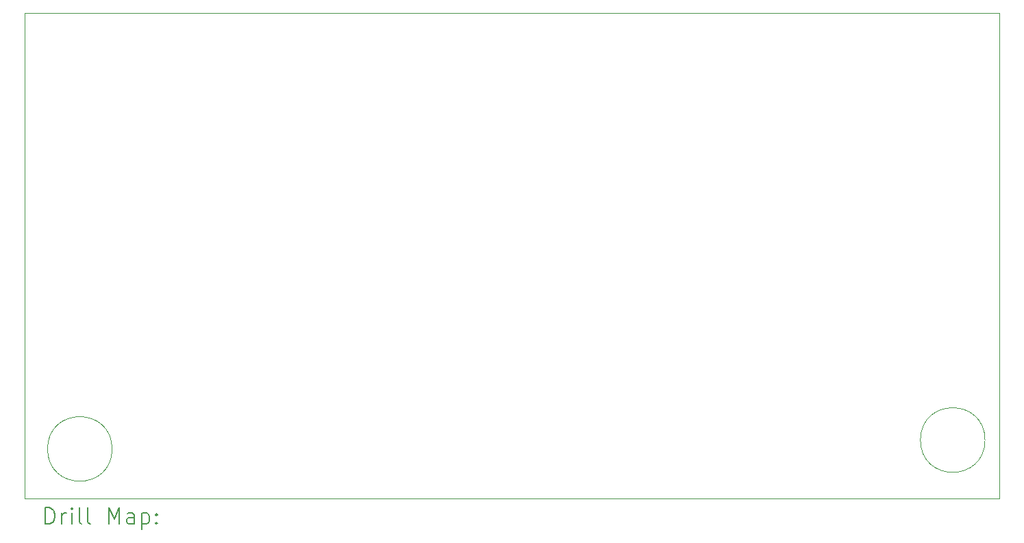
<source format=gbr>
%TF.GenerationSoftware,KiCad,Pcbnew,7.0.9*%
%TF.CreationDate,2024-06-30T00:12:14-04:00*%
%TF.ProjectId,Loop Board 3 Jackless Output,4c6f6f70-2042-46f6-9172-642033204a61,rev?*%
%TF.SameCoordinates,Original*%
%TF.FileFunction,Drillmap*%
%TF.FilePolarity,Positive*%
%FSLAX45Y45*%
G04 Gerber Fmt 4.5, Leading zero omitted, Abs format (unit mm)*
G04 Created by KiCad (PCBNEW 7.0.9) date 2024-06-30 00:12:14*
%MOMM*%
%LPD*%
G01*
G04 APERTURE LIST*
%ADD10C,0.100000*%
%ADD11C,0.200000*%
G04 APERTURE END LIST*
D10*
X13179249Y-9190000D02*
G75*
G03*
X13179249Y-9190000I-399249J0D01*
G01*
X23969249Y-9080000D02*
G75*
G03*
X23969249Y-9080000I-399249J0D01*
G01*
X12100000Y-3800000D02*
X24150000Y-3800000D01*
X24150000Y-9800000D01*
X12100000Y-9800000D01*
X12100000Y-3800000D01*
D11*
X12355777Y-10116484D02*
X12355777Y-9916484D01*
X12355777Y-9916484D02*
X12403396Y-9916484D01*
X12403396Y-9916484D02*
X12431967Y-9926008D01*
X12431967Y-9926008D02*
X12451015Y-9945055D01*
X12451015Y-9945055D02*
X12460539Y-9964103D01*
X12460539Y-9964103D02*
X12470062Y-10002198D01*
X12470062Y-10002198D02*
X12470062Y-10030770D01*
X12470062Y-10030770D02*
X12460539Y-10068865D01*
X12460539Y-10068865D02*
X12451015Y-10087912D01*
X12451015Y-10087912D02*
X12431967Y-10106960D01*
X12431967Y-10106960D02*
X12403396Y-10116484D01*
X12403396Y-10116484D02*
X12355777Y-10116484D01*
X12555777Y-10116484D02*
X12555777Y-9983150D01*
X12555777Y-10021246D02*
X12565301Y-10002198D01*
X12565301Y-10002198D02*
X12574824Y-9992674D01*
X12574824Y-9992674D02*
X12593872Y-9983150D01*
X12593872Y-9983150D02*
X12612920Y-9983150D01*
X12679586Y-10116484D02*
X12679586Y-9983150D01*
X12679586Y-9916484D02*
X12670062Y-9926008D01*
X12670062Y-9926008D02*
X12679586Y-9935531D01*
X12679586Y-9935531D02*
X12689110Y-9926008D01*
X12689110Y-9926008D02*
X12679586Y-9916484D01*
X12679586Y-9916484D02*
X12679586Y-9935531D01*
X12803396Y-10116484D02*
X12784348Y-10106960D01*
X12784348Y-10106960D02*
X12774824Y-10087912D01*
X12774824Y-10087912D02*
X12774824Y-9916484D01*
X12908158Y-10116484D02*
X12889110Y-10106960D01*
X12889110Y-10106960D02*
X12879586Y-10087912D01*
X12879586Y-10087912D02*
X12879586Y-9916484D01*
X13136729Y-10116484D02*
X13136729Y-9916484D01*
X13136729Y-9916484D02*
X13203396Y-10059341D01*
X13203396Y-10059341D02*
X13270062Y-9916484D01*
X13270062Y-9916484D02*
X13270062Y-10116484D01*
X13451015Y-10116484D02*
X13451015Y-10011722D01*
X13451015Y-10011722D02*
X13441491Y-9992674D01*
X13441491Y-9992674D02*
X13422443Y-9983150D01*
X13422443Y-9983150D02*
X13384348Y-9983150D01*
X13384348Y-9983150D02*
X13365301Y-9992674D01*
X13451015Y-10106960D02*
X13431967Y-10116484D01*
X13431967Y-10116484D02*
X13384348Y-10116484D01*
X13384348Y-10116484D02*
X13365301Y-10106960D01*
X13365301Y-10106960D02*
X13355777Y-10087912D01*
X13355777Y-10087912D02*
X13355777Y-10068865D01*
X13355777Y-10068865D02*
X13365301Y-10049817D01*
X13365301Y-10049817D02*
X13384348Y-10040293D01*
X13384348Y-10040293D02*
X13431967Y-10040293D01*
X13431967Y-10040293D02*
X13451015Y-10030770D01*
X13546253Y-9983150D02*
X13546253Y-10183150D01*
X13546253Y-9992674D02*
X13565301Y-9983150D01*
X13565301Y-9983150D02*
X13603396Y-9983150D01*
X13603396Y-9983150D02*
X13622443Y-9992674D01*
X13622443Y-9992674D02*
X13631967Y-10002198D01*
X13631967Y-10002198D02*
X13641491Y-10021246D01*
X13641491Y-10021246D02*
X13641491Y-10078389D01*
X13641491Y-10078389D02*
X13631967Y-10097436D01*
X13631967Y-10097436D02*
X13622443Y-10106960D01*
X13622443Y-10106960D02*
X13603396Y-10116484D01*
X13603396Y-10116484D02*
X13565301Y-10116484D01*
X13565301Y-10116484D02*
X13546253Y-10106960D01*
X13727205Y-10097436D02*
X13736729Y-10106960D01*
X13736729Y-10106960D02*
X13727205Y-10116484D01*
X13727205Y-10116484D02*
X13717682Y-10106960D01*
X13717682Y-10106960D02*
X13727205Y-10097436D01*
X13727205Y-10097436D02*
X13727205Y-10116484D01*
X13727205Y-9992674D02*
X13736729Y-10002198D01*
X13736729Y-10002198D02*
X13727205Y-10011722D01*
X13727205Y-10011722D02*
X13717682Y-10002198D01*
X13717682Y-10002198D02*
X13727205Y-9992674D01*
X13727205Y-9992674D02*
X13727205Y-10011722D01*
M02*

</source>
